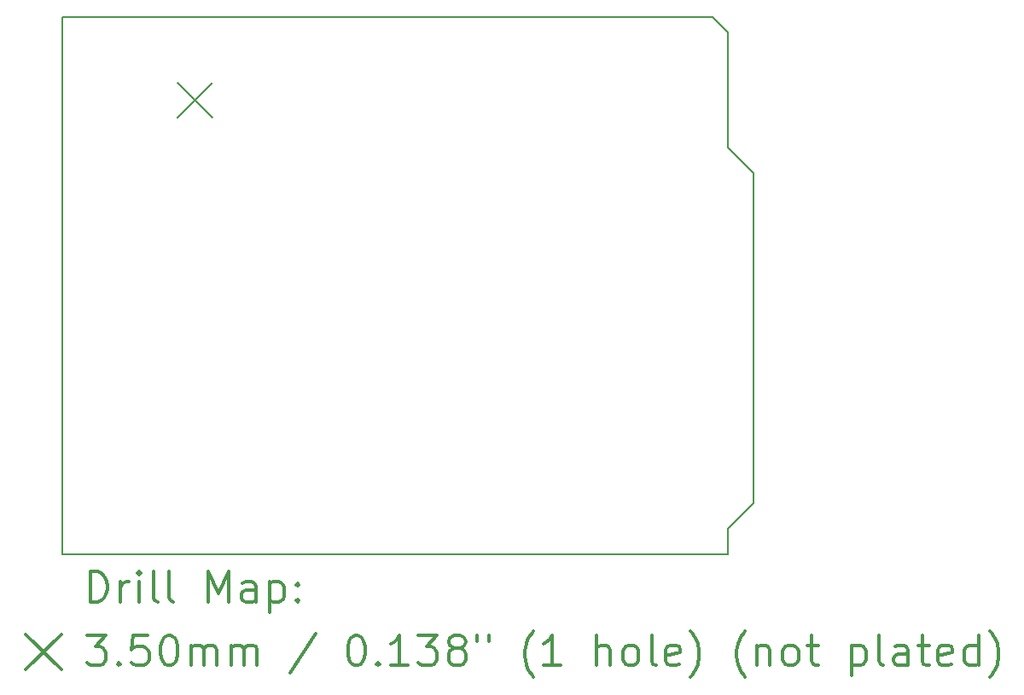
<source format=gbr>
%FSLAX45Y45*%
G04 Gerber Fmt 4.5, Leading zero omitted, Abs format (unit mm)*
G04 Created by KiCad (PCBNEW (5.1.4)-1) date 2019-10-03 21:03:23*
%MOMM*%
%LPD*%
G04 APERTURE LIST*
%ADD10C,0.150000*%
%ADD11C,0.200000*%
%ADD12C,0.300000*%
G04 APERTURE END LIST*
D10*
X17703800Y-7454900D02*
X17551400Y-7302500D01*
X17703800Y-8597900D02*
X17703800Y-7454900D01*
X17957800Y-8851900D02*
X17703800Y-8597900D01*
X17957800Y-12128500D02*
X17957800Y-8851900D01*
X17703800Y-12382500D02*
X17957800Y-12128500D01*
X17703800Y-12636500D02*
X17703800Y-12382500D01*
X11099800Y-12636500D02*
X17703800Y-12636500D01*
X11099800Y-7302500D02*
X11099800Y-12636500D01*
X17551400Y-7302500D02*
X11099800Y-7302500D01*
D11*
X12245600Y-7950700D02*
X12595600Y-8300700D01*
X12595600Y-7950700D02*
X12245600Y-8300700D01*
D12*
X11378728Y-13109714D02*
X11378728Y-12809714D01*
X11450157Y-12809714D01*
X11493014Y-12824000D01*
X11521586Y-12852571D01*
X11535871Y-12881143D01*
X11550157Y-12938286D01*
X11550157Y-12981143D01*
X11535871Y-13038286D01*
X11521586Y-13066857D01*
X11493014Y-13095429D01*
X11450157Y-13109714D01*
X11378728Y-13109714D01*
X11678728Y-13109714D02*
X11678728Y-12909714D01*
X11678728Y-12966857D02*
X11693014Y-12938286D01*
X11707300Y-12924000D01*
X11735871Y-12909714D01*
X11764443Y-12909714D01*
X11864443Y-13109714D02*
X11864443Y-12909714D01*
X11864443Y-12809714D02*
X11850157Y-12824000D01*
X11864443Y-12838286D01*
X11878728Y-12824000D01*
X11864443Y-12809714D01*
X11864443Y-12838286D01*
X12050157Y-13109714D02*
X12021586Y-13095429D01*
X12007300Y-13066857D01*
X12007300Y-12809714D01*
X12207300Y-13109714D02*
X12178728Y-13095429D01*
X12164443Y-13066857D01*
X12164443Y-12809714D01*
X12550157Y-13109714D02*
X12550157Y-12809714D01*
X12650157Y-13024000D01*
X12750157Y-12809714D01*
X12750157Y-13109714D01*
X13021586Y-13109714D02*
X13021586Y-12952571D01*
X13007300Y-12924000D01*
X12978728Y-12909714D01*
X12921586Y-12909714D01*
X12893014Y-12924000D01*
X13021586Y-13095429D02*
X12993014Y-13109714D01*
X12921586Y-13109714D01*
X12893014Y-13095429D01*
X12878728Y-13066857D01*
X12878728Y-13038286D01*
X12893014Y-13009714D01*
X12921586Y-12995429D01*
X12993014Y-12995429D01*
X13021586Y-12981143D01*
X13164443Y-12909714D02*
X13164443Y-13209714D01*
X13164443Y-12924000D02*
X13193014Y-12909714D01*
X13250157Y-12909714D01*
X13278728Y-12924000D01*
X13293014Y-12938286D01*
X13307300Y-12966857D01*
X13307300Y-13052571D01*
X13293014Y-13081143D01*
X13278728Y-13095429D01*
X13250157Y-13109714D01*
X13193014Y-13109714D01*
X13164443Y-13095429D01*
X13435871Y-13081143D02*
X13450157Y-13095429D01*
X13435871Y-13109714D01*
X13421586Y-13095429D01*
X13435871Y-13081143D01*
X13435871Y-13109714D01*
X13435871Y-12924000D02*
X13450157Y-12938286D01*
X13435871Y-12952571D01*
X13421586Y-12938286D01*
X13435871Y-12924000D01*
X13435871Y-12952571D01*
X10742300Y-13429000D02*
X11092300Y-13779000D01*
X11092300Y-13429000D02*
X10742300Y-13779000D01*
X11350157Y-13439714D02*
X11535871Y-13439714D01*
X11435871Y-13554000D01*
X11478728Y-13554000D01*
X11507300Y-13568286D01*
X11521586Y-13582571D01*
X11535871Y-13611143D01*
X11535871Y-13682571D01*
X11521586Y-13711143D01*
X11507300Y-13725429D01*
X11478728Y-13739714D01*
X11393014Y-13739714D01*
X11364443Y-13725429D01*
X11350157Y-13711143D01*
X11664443Y-13711143D02*
X11678728Y-13725429D01*
X11664443Y-13739714D01*
X11650157Y-13725429D01*
X11664443Y-13711143D01*
X11664443Y-13739714D01*
X11950157Y-13439714D02*
X11807300Y-13439714D01*
X11793014Y-13582571D01*
X11807300Y-13568286D01*
X11835871Y-13554000D01*
X11907300Y-13554000D01*
X11935871Y-13568286D01*
X11950157Y-13582571D01*
X11964443Y-13611143D01*
X11964443Y-13682571D01*
X11950157Y-13711143D01*
X11935871Y-13725429D01*
X11907300Y-13739714D01*
X11835871Y-13739714D01*
X11807300Y-13725429D01*
X11793014Y-13711143D01*
X12150157Y-13439714D02*
X12178728Y-13439714D01*
X12207300Y-13454000D01*
X12221586Y-13468286D01*
X12235871Y-13496857D01*
X12250157Y-13554000D01*
X12250157Y-13625429D01*
X12235871Y-13682571D01*
X12221586Y-13711143D01*
X12207300Y-13725429D01*
X12178728Y-13739714D01*
X12150157Y-13739714D01*
X12121586Y-13725429D01*
X12107300Y-13711143D01*
X12093014Y-13682571D01*
X12078728Y-13625429D01*
X12078728Y-13554000D01*
X12093014Y-13496857D01*
X12107300Y-13468286D01*
X12121586Y-13454000D01*
X12150157Y-13439714D01*
X12378728Y-13739714D02*
X12378728Y-13539714D01*
X12378728Y-13568286D02*
X12393014Y-13554000D01*
X12421586Y-13539714D01*
X12464443Y-13539714D01*
X12493014Y-13554000D01*
X12507300Y-13582571D01*
X12507300Y-13739714D01*
X12507300Y-13582571D02*
X12521586Y-13554000D01*
X12550157Y-13539714D01*
X12593014Y-13539714D01*
X12621586Y-13554000D01*
X12635871Y-13582571D01*
X12635871Y-13739714D01*
X12778728Y-13739714D02*
X12778728Y-13539714D01*
X12778728Y-13568286D02*
X12793014Y-13554000D01*
X12821586Y-13539714D01*
X12864443Y-13539714D01*
X12893014Y-13554000D01*
X12907300Y-13582571D01*
X12907300Y-13739714D01*
X12907300Y-13582571D02*
X12921586Y-13554000D01*
X12950157Y-13539714D01*
X12993014Y-13539714D01*
X13021586Y-13554000D01*
X13035871Y-13582571D01*
X13035871Y-13739714D01*
X13621586Y-13425429D02*
X13364443Y-13811143D01*
X14007300Y-13439714D02*
X14035871Y-13439714D01*
X14064443Y-13454000D01*
X14078728Y-13468286D01*
X14093014Y-13496857D01*
X14107300Y-13554000D01*
X14107300Y-13625429D01*
X14093014Y-13682571D01*
X14078728Y-13711143D01*
X14064443Y-13725429D01*
X14035871Y-13739714D01*
X14007300Y-13739714D01*
X13978728Y-13725429D01*
X13964443Y-13711143D01*
X13950157Y-13682571D01*
X13935871Y-13625429D01*
X13935871Y-13554000D01*
X13950157Y-13496857D01*
X13964443Y-13468286D01*
X13978728Y-13454000D01*
X14007300Y-13439714D01*
X14235871Y-13711143D02*
X14250157Y-13725429D01*
X14235871Y-13739714D01*
X14221586Y-13725429D01*
X14235871Y-13711143D01*
X14235871Y-13739714D01*
X14535871Y-13739714D02*
X14364443Y-13739714D01*
X14450157Y-13739714D02*
X14450157Y-13439714D01*
X14421586Y-13482571D01*
X14393014Y-13511143D01*
X14364443Y-13525429D01*
X14635871Y-13439714D02*
X14821586Y-13439714D01*
X14721586Y-13554000D01*
X14764443Y-13554000D01*
X14793014Y-13568286D01*
X14807300Y-13582571D01*
X14821586Y-13611143D01*
X14821586Y-13682571D01*
X14807300Y-13711143D01*
X14793014Y-13725429D01*
X14764443Y-13739714D01*
X14678728Y-13739714D01*
X14650157Y-13725429D01*
X14635871Y-13711143D01*
X14993014Y-13568286D02*
X14964443Y-13554000D01*
X14950157Y-13539714D01*
X14935871Y-13511143D01*
X14935871Y-13496857D01*
X14950157Y-13468286D01*
X14964443Y-13454000D01*
X14993014Y-13439714D01*
X15050157Y-13439714D01*
X15078728Y-13454000D01*
X15093014Y-13468286D01*
X15107300Y-13496857D01*
X15107300Y-13511143D01*
X15093014Y-13539714D01*
X15078728Y-13554000D01*
X15050157Y-13568286D01*
X14993014Y-13568286D01*
X14964443Y-13582571D01*
X14950157Y-13596857D01*
X14935871Y-13625429D01*
X14935871Y-13682571D01*
X14950157Y-13711143D01*
X14964443Y-13725429D01*
X14993014Y-13739714D01*
X15050157Y-13739714D01*
X15078728Y-13725429D01*
X15093014Y-13711143D01*
X15107300Y-13682571D01*
X15107300Y-13625429D01*
X15093014Y-13596857D01*
X15078728Y-13582571D01*
X15050157Y-13568286D01*
X15221586Y-13439714D02*
X15221586Y-13496857D01*
X15335871Y-13439714D02*
X15335871Y-13496857D01*
X15778728Y-13854000D02*
X15764443Y-13839714D01*
X15735871Y-13796857D01*
X15721586Y-13768286D01*
X15707300Y-13725429D01*
X15693014Y-13654000D01*
X15693014Y-13596857D01*
X15707300Y-13525429D01*
X15721586Y-13482571D01*
X15735871Y-13454000D01*
X15764443Y-13411143D01*
X15778728Y-13396857D01*
X16050157Y-13739714D02*
X15878728Y-13739714D01*
X15964443Y-13739714D02*
X15964443Y-13439714D01*
X15935871Y-13482571D01*
X15907300Y-13511143D01*
X15878728Y-13525429D01*
X16407300Y-13739714D02*
X16407300Y-13439714D01*
X16535871Y-13739714D02*
X16535871Y-13582571D01*
X16521586Y-13554000D01*
X16493014Y-13539714D01*
X16450157Y-13539714D01*
X16421586Y-13554000D01*
X16407300Y-13568286D01*
X16721586Y-13739714D02*
X16693014Y-13725429D01*
X16678728Y-13711143D01*
X16664443Y-13682571D01*
X16664443Y-13596857D01*
X16678728Y-13568286D01*
X16693014Y-13554000D01*
X16721586Y-13539714D01*
X16764443Y-13539714D01*
X16793014Y-13554000D01*
X16807300Y-13568286D01*
X16821586Y-13596857D01*
X16821586Y-13682571D01*
X16807300Y-13711143D01*
X16793014Y-13725429D01*
X16764443Y-13739714D01*
X16721586Y-13739714D01*
X16993014Y-13739714D02*
X16964443Y-13725429D01*
X16950157Y-13696857D01*
X16950157Y-13439714D01*
X17221586Y-13725429D02*
X17193014Y-13739714D01*
X17135871Y-13739714D01*
X17107300Y-13725429D01*
X17093014Y-13696857D01*
X17093014Y-13582571D01*
X17107300Y-13554000D01*
X17135871Y-13539714D01*
X17193014Y-13539714D01*
X17221586Y-13554000D01*
X17235871Y-13582571D01*
X17235871Y-13611143D01*
X17093014Y-13639714D01*
X17335871Y-13854000D02*
X17350157Y-13839714D01*
X17378728Y-13796857D01*
X17393014Y-13768286D01*
X17407300Y-13725429D01*
X17421586Y-13654000D01*
X17421586Y-13596857D01*
X17407300Y-13525429D01*
X17393014Y-13482571D01*
X17378728Y-13454000D01*
X17350157Y-13411143D01*
X17335871Y-13396857D01*
X17878728Y-13854000D02*
X17864443Y-13839714D01*
X17835871Y-13796857D01*
X17821586Y-13768286D01*
X17807300Y-13725429D01*
X17793014Y-13654000D01*
X17793014Y-13596857D01*
X17807300Y-13525429D01*
X17821586Y-13482571D01*
X17835871Y-13454000D01*
X17864443Y-13411143D01*
X17878728Y-13396857D01*
X17993014Y-13539714D02*
X17993014Y-13739714D01*
X17993014Y-13568286D02*
X18007300Y-13554000D01*
X18035871Y-13539714D01*
X18078728Y-13539714D01*
X18107300Y-13554000D01*
X18121586Y-13582571D01*
X18121586Y-13739714D01*
X18307300Y-13739714D02*
X18278728Y-13725429D01*
X18264443Y-13711143D01*
X18250157Y-13682571D01*
X18250157Y-13596857D01*
X18264443Y-13568286D01*
X18278728Y-13554000D01*
X18307300Y-13539714D01*
X18350157Y-13539714D01*
X18378728Y-13554000D01*
X18393014Y-13568286D01*
X18407300Y-13596857D01*
X18407300Y-13682571D01*
X18393014Y-13711143D01*
X18378728Y-13725429D01*
X18350157Y-13739714D01*
X18307300Y-13739714D01*
X18493014Y-13539714D02*
X18607300Y-13539714D01*
X18535871Y-13439714D02*
X18535871Y-13696857D01*
X18550157Y-13725429D01*
X18578728Y-13739714D01*
X18607300Y-13739714D01*
X18935871Y-13539714D02*
X18935871Y-13839714D01*
X18935871Y-13554000D02*
X18964443Y-13539714D01*
X19021586Y-13539714D01*
X19050157Y-13554000D01*
X19064443Y-13568286D01*
X19078728Y-13596857D01*
X19078728Y-13682571D01*
X19064443Y-13711143D01*
X19050157Y-13725429D01*
X19021586Y-13739714D01*
X18964443Y-13739714D01*
X18935871Y-13725429D01*
X19250157Y-13739714D02*
X19221586Y-13725429D01*
X19207300Y-13696857D01*
X19207300Y-13439714D01*
X19493014Y-13739714D02*
X19493014Y-13582571D01*
X19478728Y-13554000D01*
X19450157Y-13539714D01*
X19393014Y-13539714D01*
X19364443Y-13554000D01*
X19493014Y-13725429D02*
X19464443Y-13739714D01*
X19393014Y-13739714D01*
X19364443Y-13725429D01*
X19350157Y-13696857D01*
X19350157Y-13668286D01*
X19364443Y-13639714D01*
X19393014Y-13625429D01*
X19464443Y-13625429D01*
X19493014Y-13611143D01*
X19593014Y-13539714D02*
X19707300Y-13539714D01*
X19635871Y-13439714D02*
X19635871Y-13696857D01*
X19650157Y-13725429D01*
X19678728Y-13739714D01*
X19707300Y-13739714D01*
X19921586Y-13725429D02*
X19893014Y-13739714D01*
X19835871Y-13739714D01*
X19807300Y-13725429D01*
X19793014Y-13696857D01*
X19793014Y-13582571D01*
X19807300Y-13554000D01*
X19835871Y-13539714D01*
X19893014Y-13539714D01*
X19921586Y-13554000D01*
X19935871Y-13582571D01*
X19935871Y-13611143D01*
X19793014Y-13639714D01*
X20193014Y-13739714D02*
X20193014Y-13439714D01*
X20193014Y-13725429D02*
X20164443Y-13739714D01*
X20107300Y-13739714D01*
X20078728Y-13725429D01*
X20064443Y-13711143D01*
X20050157Y-13682571D01*
X20050157Y-13596857D01*
X20064443Y-13568286D01*
X20078728Y-13554000D01*
X20107300Y-13539714D01*
X20164443Y-13539714D01*
X20193014Y-13554000D01*
X20307300Y-13854000D02*
X20321586Y-13839714D01*
X20350157Y-13796857D01*
X20364443Y-13768286D01*
X20378728Y-13725429D01*
X20393014Y-13654000D01*
X20393014Y-13596857D01*
X20378728Y-13525429D01*
X20364443Y-13482571D01*
X20350157Y-13454000D01*
X20321586Y-13411143D01*
X20307300Y-13396857D01*
M02*

</source>
